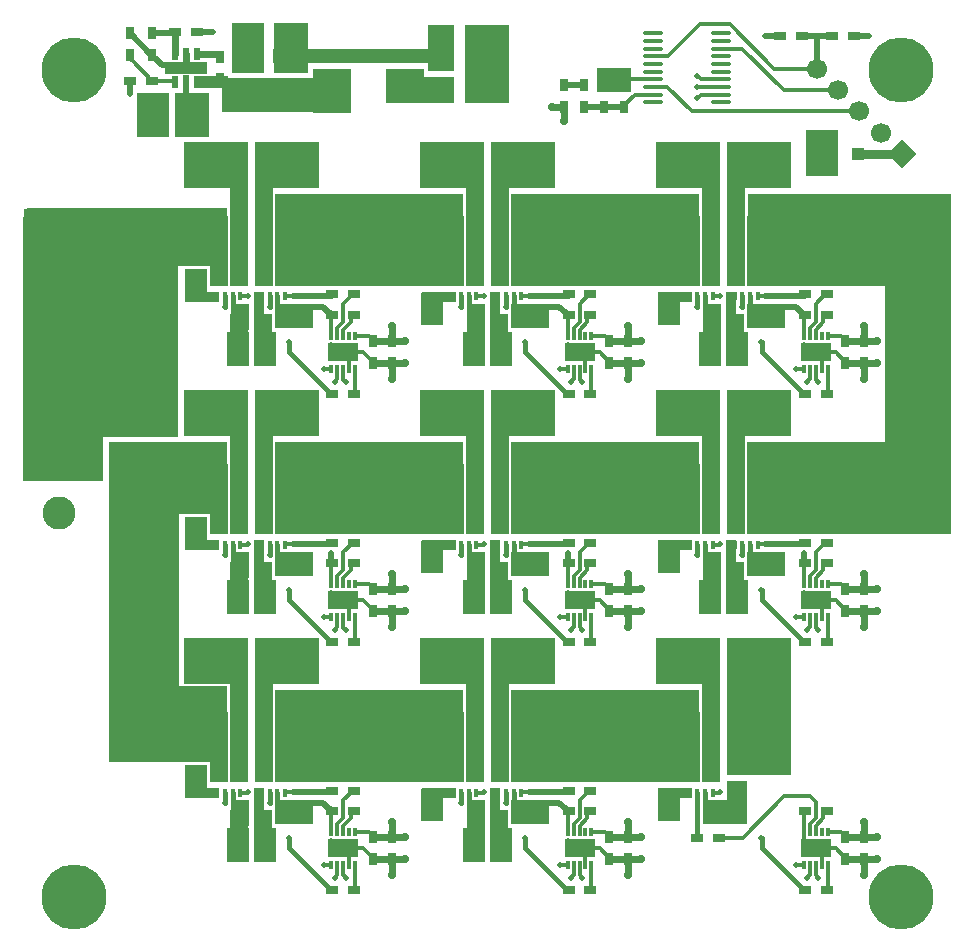
<source format=gtl>
G04*
G04 #@! TF.GenerationSoftware,Altium Limited,Altium Designer,23.3.1 (30)*
G04*
G04 Layer_Physical_Order=1*
G04 Layer_Color=255*
%FSLAX25Y25*%
%MOIN*%
G70*
G04*
G04 #@! TF.SameCoordinates,CC060F13-8039-4013-9EB4-17962B1888DE*
G04*
G04*
G04 #@! TF.FilePolarity,Positive*
G04*
G01*
G75*
%ADD11C,0.01181*%
%ADD13C,0.02362*%
%ADD20R,0.04724X0.05512*%
%ADD21R,0.04724X0.05512*%
%ADD22R,0.05000X0.05000*%
%ADD23R,0.09843X0.04331*%
%ADD24R,0.01181X0.02559*%
%ADD25R,0.10236X0.06496*%
%ADD26R,0.04000X0.03000*%
%ADD27R,0.04000X0.03150*%
%ADD28R,0.03937X0.03937*%
%ADD29R,0.03150X0.04000*%
%ADD30R,0.03000X0.04000*%
%ADD31R,0.01575X0.03150*%
%ADD32R,0.04724X0.07087*%
%ADD33R,0.11811X0.05118*%
%ADD34R,0.02362X0.04331*%
%ADD35O,0.06693X0.01378*%
%ADD58C,0.01968*%
%ADD59C,0.01378*%
%ADD60C,0.01575*%
%ADD61C,0.03150*%
%ADD62R,0.11811X0.14961*%
%ADD63R,0.11606X0.04342*%
%ADD64R,0.10630X0.16535*%
%ADD65R,0.37795X0.11417*%
%ADD66R,0.12992X0.14567*%
%ADD67R,0.12598X0.09055*%
%ADD68R,0.11417X0.16535*%
%ADD69R,0.59843X0.05118*%
%ADD70R,0.15157X0.26378*%
%ADD71R,0.12992X0.11417*%
%ADD72R,0.08661X0.15748*%
%ADD73R,0.12528X0.08083*%
%ADD74R,0.62992X0.30709*%
%ADD75R,0.11417X0.07874*%
%ADD76R,0.10630X0.15748*%
%ADD77R,0.11024X0.14961*%
%ADD78R,0.06693X0.07480*%
%ADD79R,0.21260X0.36221*%
%ADD80R,0.51575X0.76378*%
%ADD81R,0.14173X0.03937*%
%ADD82R,0.02362X0.18680*%
%ADD83R,0.22047X1.13448*%
%ADD84R,0.23622X1.06693*%
%ADD85R,0.26772X0.88189*%
%ADD86R,0.11592X0.03300*%
%ADD87R,0.07480X0.11024*%
%ADD88R,0.06299X0.17717*%
%ADD89R,0.07480X0.11417*%
%ADD90R,0.05413X0.08643*%
%ADD91R,0.06299X0.17717*%
%ADD92R,0.14173X0.12205*%
%ADD93R,0.03658X0.18684*%
%ADD94R,0.03937X0.31890*%
%ADD95R,0.04331X0.31890*%
%ADD96R,0.05906X0.46457*%
%ADD97R,0.21260X0.15748*%
%ADD98R,0.21260X0.15748*%
%ADD99R,0.05906X0.46063*%
%ADD100R,0.05906X0.23228*%
%ADD101R,0.68110X0.30709*%
%ADD102R,0.66929X0.30709*%
%ADD103R,0.39764X0.24016*%
%ADD104R,0.66929X0.19291*%
%ADD105R,0.14961X0.08268*%
%ADD106R,0.05413X0.08268*%
%ADD107R,0.39764X0.25197*%
%ADD108C,0.11024*%
%ADD109C,0.06693*%
%ADD110P,0.09465X4X180.0*%
%ADD111C,0.09843*%
%ADD112R,0.09843X0.09843*%
%ADD113C,0.21654*%
%ADD114C,0.01968*%
%ADD115C,0.02756*%
D11*
X53346Y291339D02*
G03*
X52396Y291732I-950J-950D01*
G01*
X38189Y300287D02*
G03*
X38873Y298635I2336J0D01*
G01*
X105515Y124016D02*
Y130817D01*
X184256Y124016D02*
Y130817D01*
X45776Y291732D02*
X52396D01*
X38873Y298635D02*
X45776Y291732D01*
X111420Y30315D02*
Y33857D01*
X107482Y37795D02*
X109450Y35827D01*
X111420Y112992D02*
Y116534D01*
X107482Y120472D02*
X109450Y118504D01*
X119293Y114854D02*
Y115354D01*
X111420Y195669D02*
Y199211D01*
X119293Y197531D02*
Y198031D01*
X107482Y203150D02*
X109450Y201181D01*
X190161Y30315D02*
Y33857D01*
X186222Y37795D02*
X188190Y35827D01*
X198033Y32177D02*
Y32677D01*
X190161Y112992D02*
Y116534D01*
X198033Y114854D02*
Y115354D01*
X268901Y30315D02*
Y33857D01*
X264962Y37795D02*
X266931Y35827D01*
X276773Y32177D02*
Y32677D01*
X268901Y112992D02*
Y116534D01*
X276773Y114854D02*
Y115354D01*
X186222Y120472D02*
X188190Y118504D01*
X198033Y197531D02*
Y198031D01*
X190161Y195669D02*
Y199211D01*
X186222Y203150D02*
X188190Y201181D01*
X264962Y120472D02*
X266931Y118504D01*
X276773Y197531D02*
Y198031D01*
X268901Y195669D02*
Y199211D01*
X264962Y203150D02*
X266931Y201181D01*
X262996Y124016D02*
Y130817D01*
X105512Y131389D02*
X105799Y131102D01*
X113388Y22336D02*
Y30315D01*
X113099Y22047D02*
X113388Y22336D01*
X192127Y22335D02*
Y30315D01*
X191839Y22047D02*
X192127Y22335D01*
X266932Y192125D02*
Y195669D01*
Y109448D02*
Y112992D01*
X188191Y192125D02*
Y195669D01*
Y109661D02*
Y112992D01*
X266932Y26984D02*
Y30315D01*
X188191Y26984D02*
Y30315D01*
X109451Y192125D02*
Y195669D01*
X109451Y26984D02*
Y30315D01*
X109451Y192125D02*
X110238Y191339D01*
X188191Y192125D02*
X188978Y191339D01*
X266932Y192125D02*
X267718Y191339D01*
X266932Y109448D02*
X267718Y108661D01*
X109451Y109448D02*
X110238Y108661D01*
X264964Y26986D02*
Y30315D01*
X186223Y26986D02*
Y30315D01*
X107483Y26986D02*
Y30315D01*
X264964Y109663D02*
Y112992D01*
X186223Y109663D02*
Y112992D01*
X264964Y192341D02*
Y195669D01*
X186223Y192341D02*
Y195669D01*
X107483Y192341D02*
Y195669D01*
X181603Y30315D02*
X184253D01*
X102862D02*
X105513D01*
X102758D02*
X102862D01*
X260343D02*
X262993D01*
X181498D02*
X181603D01*
X260238D02*
X260343D01*
Y112992D02*
X262993D01*
X181603D02*
X184253D01*
X102862Y112992D02*
X105513D01*
X102758D02*
X102862D01*
X181498Y112992D02*
X181603D01*
X260238D02*
X260343D01*
Y195669D02*
X262993D01*
X181603D02*
X184253D01*
X102862D02*
X105513D01*
X102758D02*
X102862D01*
X181498D02*
X181603D01*
X260238D02*
X260343D01*
X263682Y37795D02*
X264962D01*
X262993Y38484D02*
Y41339D01*
Y38484D02*
X263682Y37795D01*
X227362Y285925D02*
X227575D01*
X228756Y287106D02*
X235236D01*
X227575Y285925D02*
X228756Y287106D01*
X227362Y289665D02*
X235236D01*
X227575Y293406D02*
X228756Y292224D01*
X227362Y293406D02*
X227575D01*
X228756Y292224D02*
X235236D01*
X217421Y289665D02*
X225590Y281496D01*
X212795Y289665D02*
X217421D01*
X225590Y281496D02*
X281496D01*
X235236Y302461D02*
X242421D01*
X256315Y288567D02*
X274425D01*
X242421Y302461D02*
X256315Y288567D01*
X238189Y310630D02*
X253181Y295638D01*
X267354D01*
X228346Y310630D02*
X238189D01*
X217618Y299902D02*
X228346Y310630D01*
X212795Y299902D02*
X217618D01*
X242520Y39370D02*
X256313Y53163D01*
X264947D02*
X266931Y51180D01*
X256313Y53163D02*
X264947D01*
X266931Y46063D02*
Y51180D01*
X234752Y39370D02*
X242520D01*
X262993Y41339D02*
Y48139D01*
X263279Y48425D01*
X275411Y41339D02*
X276773Y39977D01*
X270870Y41339D02*
X275411D01*
X270868Y23228D02*
Y30315D01*
X267718Y25984D02*
Y26197D01*
X264175Y25984D02*
Y26197D01*
X266932Y26984D02*
X267718Y26197D01*
X264175D02*
X264964Y26986D01*
X260343Y30315D02*
X260343Y30315D01*
X264964Y44096D02*
X266931Y46063D01*
X264964Y41339D02*
Y44096D01*
X266932Y41339D02*
Y43308D01*
X269493Y45869D01*
Y47516D01*
X273628Y35821D02*
X276773Y32677D01*
X270873Y35821D02*
X273628D01*
X270868Y35827D02*
X270873Y35821D01*
X276773Y39477D02*
Y39977D01*
X246850Y131102D02*
Y132677D01*
X275411Y124016D02*
X276773Y122654D01*
X270870Y124016D02*
X275411D01*
X263685Y120472D02*
X264962D01*
X262996Y121161D02*
X263685Y120472D01*
X266931Y128740D02*
Y134571D01*
X264964Y126773D02*
X266931Y128740D01*
Y134571D02*
X270156Y137795D01*
X270581D01*
X264964Y124016D02*
Y126773D01*
X266932Y124016D02*
Y125985D01*
X269493Y128547D01*
Y130193D02*
X270403Y131102D01*
X270581D01*
X269493Y128547D02*
Y130193D01*
X273628Y118499D02*
X276773Y115354D01*
X270873Y118499D02*
X273628D01*
X270868Y118504D02*
X270873Y118499D01*
X276773Y122154D02*
Y122654D01*
X260343Y112992D02*
X260343Y112992D01*
X264175Y108874D02*
X264964Y109663D01*
X264175Y108661D02*
Y108874D01*
X270868Y104724D02*
Y112992D01*
X192128Y104724D02*
Y112992D01*
X185435Y108874D02*
X186223Y109663D01*
X181602Y112992D02*
X181603Y112992D01*
X198033Y122154D02*
Y122654D01*
X192128Y118504D02*
X192133Y118499D01*
X194888D01*
X198033Y115354D01*
X190753Y128547D02*
Y130193D01*
X191662Y131102D02*
X191841D01*
X190753Y130193D02*
X191662Y131102D01*
X188191Y125985D02*
X190753Y128547D01*
X188191Y124016D02*
Y125985D01*
X186223Y124016D02*
Y126773D01*
X191415Y137795D02*
X191841D01*
X188190Y134571D02*
X191415Y137795D01*
X186223Y126773D02*
X188190Y128740D01*
Y134571D01*
X184256Y121161D02*
X184944Y120472D01*
X186222D01*
X188191Y109661D02*
X188978Y108874D01*
Y108661D02*
Y108874D01*
X192130Y124016D02*
X196671D01*
X198033Y122654D01*
X168110Y131102D02*
Y132677D01*
X185435Y108661D02*
Y108874D01*
X89370Y131102D02*
Y132677D01*
X117931Y124016D02*
X119293Y122654D01*
X113389Y124016D02*
X117931D01*
X109451Y109448D02*
Y112992D01*
X106204Y120472D02*
X107482D01*
X105515Y121161D02*
X106204Y120472D01*
X109450Y128740D02*
Y134571D01*
X107483Y126773D02*
X109450Y128740D01*
Y134571D02*
X112675Y137795D01*
X113100D01*
X107483Y124016D02*
Y126773D01*
X109451Y124016D02*
Y125985D01*
X112013Y128547D01*
Y130193D02*
X112922Y131102D01*
X113100D01*
X112013Y128547D02*
Y130193D01*
X116148Y118499D02*
X119293Y115354D01*
X113393Y118499D02*
X116148D01*
X113387Y118504D02*
X113393Y118499D01*
X119293Y122154D02*
Y122654D01*
X102862Y112992D02*
X102862Y112992D01*
X106694Y108874D02*
X107483Y109663D01*
Y112992D01*
X106694Y108661D02*
Y108874D01*
X113388Y104724D02*
Y112992D01*
X185435Y191339D02*
Y191552D01*
X270868Y187402D02*
Y195669D01*
X264175Y191339D02*
Y191552D01*
X264964Y192341D01*
X260343Y195669D02*
X260343Y195669D01*
X276773Y204831D02*
Y205331D01*
X270868Y201181D02*
X270873Y201176D01*
X273628D01*
X276773Y198031D01*
X269493Y211224D02*
Y212870D01*
X270403Y213779D02*
X270581D01*
X269493Y212870D02*
X270403Y213779D01*
X266932Y208662D02*
X269493Y211224D01*
X266932Y206693D02*
Y208662D01*
X264964Y206693D02*
Y209450D01*
X270156Y220472D02*
X270581D01*
X266931Y217248D02*
X270156Y220472D01*
X264964Y209450D02*
X266931Y211417D01*
Y217248D01*
X262996Y203839D02*
X263685Y203150D01*
X264962D01*
X270870Y206693D02*
X275411D01*
X276773Y205331D01*
X246850Y213779D02*
Y215354D01*
X262996Y206693D02*
Y213494D01*
X184256Y206693D02*
Y213494D01*
X168110Y213779D02*
Y215354D01*
X196671Y206693D02*
X198033Y205331D01*
X192130Y206693D02*
X196671D01*
X184944Y203150D02*
X186222D01*
X184256Y203839D02*
X184944Y203150D01*
X188190Y211417D02*
Y217248D01*
X186223Y209450D02*
X188190Y211417D01*
Y217248D02*
X191415Y220472D01*
X191841D01*
X186223Y206693D02*
Y209450D01*
X188191Y206693D02*
Y208662D01*
X190753Y211224D01*
Y212870D02*
X191662Y213779D01*
X191841D01*
X190753Y211224D02*
Y212870D01*
X194888Y201176D02*
X198033Y198031D01*
X192133Y201176D02*
X194888D01*
X192128Y201181D02*
X192133Y201176D01*
X198033Y204831D02*
Y205331D01*
X181602Y195669D02*
X181603Y195669D01*
X185435Y191552D02*
X186223Y192341D01*
X192128Y187402D02*
Y195669D01*
X113388Y187402D02*
Y195669D01*
X106694Y191339D02*
Y191552D01*
X107483Y192341D01*
X102862Y195669D02*
X102862Y195669D01*
X119293Y204831D02*
Y205331D01*
X113387Y201181D02*
X113393Y201176D01*
X116148D01*
X119293Y198031D01*
X112013Y211224D02*
Y212870D01*
X112922Y213779D02*
X113100D01*
X112013Y212870D02*
X112922Y213779D01*
X109451Y208662D02*
X112013Y211224D01*
X109451Y206693D02*
Y208662D01*
X107483Y206693D02*
Y209450D01*
X112675Y220472D02*
X113100D01*
X109450Y217248D02*
X112675Y220472D01*
X107483Y209450D02*
X109450Y211417D01*
Y217248D01*
X105515Y203839D02*
X106204Y203150D01*
X107482D01*
X113389Y206693D02*
X117931D01*
X119293Y205331D01*
X89370Y213779D02*
Y215354D01*
X105515Y206693D02*
Y213494D01*
X198033Y39477D02*
Y39977D01*
X192128Y35827D02*
X192133Y35821D01*
X194888D01*
X198033Y32677D01*
X190753Y45869D02*
Y47516D01*
X191662Y48425D02*
X191841D01*
X190753Y47516D02*
X191662Y48425D01*
X188191Y43308D02*
X190753Y45869D01*
X188191Y41339D02*
Y43308D01*
X186223Y41339D02*
Y44096D01*
X191415Y55118D02*
X191841D01*
X188190Y51893D02*
X191415Y55118D01*
X186223Y44096D02*
X188190Y46063D01*
Y51893D01*
X181602Y30315D02*
X181603Y30315D01*
X184256Y38484D02*
X184944Y37795D01*
X186222D01*
X185435Y26197D02*
X186223Y26986D01*
X188191Y26984D02*
X188978Y26197D01*
X185435Y25984D02*
Y26197D01*
X188978Y25984D02*
Y26197D01*
X192130Y41339D02*
X196671D01*
X198033Y39977D01*
X168110Y48425D02*
Y50000D01*
X184256Y41339D02*
Y48140D01*
X105515Y41339D02*
Y48140D01*
X89370Y48425D02*
Y50000D01*
X117931Y41339D02*
X119293Y39977D01*
X113389Y41339D02*
X117931D01*
X110238Y25984D02*
Y26197D01*
X106694Y25984D02*
Y26197D01*
X109451Y26984D02*
X110238Y26197D01*
X106694D02*
X107483Y26986D01*
X106204Y37795D02*
X107482D01*
X105515Y38484D02*
X106204Y37795D01*
X102862Y30315D02*
X102862Y30315D01*
X109450Y46063D02*
Y51893D01*
X107483Y44096D02*
X109450Y46063D01*
Y51893D02*
X112675Y55118D01*
X113100D01*
X107483Y41339D02*
Y44096D01*
X109451Y41339D02*
Y43308D01*
X112013Y45869D01*
Y47516D02*
X112922Y48425D01*
X113100D01*
X112013Y45869D02*
Y47516D01*
X116148Y35821D02*
X119293Y32677D01*
X113393Y35821D02*
X116148D01*
X113387Y35827D02*
X113393Y35821D01*
X119293Y32177D02*
Y32677D01*
Y39477D02*
Y39977D01*
D13*
X125591Y32178D02*
X129923D01*
X119293Y114854D02*
X125592D01*
X119293Y197531D02*
X125592D01*
X198033Y32177D02*
X204332D01*
X198033Y114854D02*
X204332D01*
X276773Y32177D02*
X283072D01*
X276773Y114854D02*
X287405D01*
X198033Y197531D02*
X208664D01*
X276773D02*
X287405D01*
X53346Y300787D02*
Y307784D01*
X183071Y278240D02*
Y282964D01*
X179134D02*
X183071D01*
X57087Y296063D02*
Y300787D01*
X125589Y39480D02*
Y44596D01*
Y39478D02*
X129921D01*
X125591Y27060D02*
Y32177D01*
X204329Y39480D02*
Y44596D01*
Y39478D02*
X208661D01*
X204331Y32178D02*
X208663D01*
X204331Y27060D02*
Y32177D01*
X283069Y39480D02*
Y44596D01*
Y39478D02*
X287402D01*
X283071Y32178D02*
X287403D01*
X283071Y27060D02*
Y32177D01*
X283071Y122155D02*
Y127272D01*
Y122154D02*
X287403D01*
X283072Y109736D02*
Y114852D01*
X204329Y122157D02*
Y127273D01*
Y122155D02*
X208661D01*
X204331Y114855D02*
X208663D01*
X204331Y109737D02*
Y114854D01*
X125589Y122157D02*
Y127273D01*
Y122155D02*
X129921D01*
X125591Y114855D02*
X129923D01*
X125591Y109737D02*
Y114854D01*
X125589Y204834D02*
Y209951D01*
Y204833D02*
X129921D01*
X125591Y197533D02*
X129923D01*
X125591Y192414D02*
Y197531D01*
X204331Y204833D02*
Y209949D01*
Y204831D02*
X208663D01*
X204332Y192413D02*
Y197530D01*
X283072Y192413D02*
Y197530D01*
X283071Y204831D02*
X287403D01*
X276773D02*
X283071D01*
Y204833D02*
Y209949D01*
X266931Y35827D02*
X268899Y33858D01*
X276773Y39477D02*
X283072D01*
X68185Y291594D02*
X68504Y291913D01*
X60827Y291339D02*
X67430D01*
X68504Y291913D02*
Y292413D01*
X67685Y291594D02*
X68185D01*
X67430Y291339D02*
X67685Y291594D01*
Y300532D02*
X68185D01*
X67430Y300787D02*
X67685Y300532D01*
X68504Y299713D02*
Y300213D01*
X68185Y300532D02*
X68504Y300213D01*
X60827Y300787D02*
X67430D01*
X266931Y118504D02*
X268899Y116535D01*
X276773Y122154D02*
X283072D01*
X198033D02*
X204332D01*
X188190Y118504D02*
X190159Y116535D01*
X109450Y118504D02*
X111419Y116535D01*
X119293Y122154D02*
X125592D01*
X266931Y201181D02*
X268899Y199213D01*
X188190Y201181D02*
X190159Y199213D01*
X198033Y204831D02*
X204332D01*
X119293D02*
X125592D01*
X109450Y201181D02*
X111419Y199213D01*
X198033Y39477D02*
X204332D01*
X188190Y35827D02*
X190159Y33858D01*
X109450Y35827D02*
X111419Y33858D01*
X119293Y32177D02*
X125592D01*
X119293Y39477D02*
X125592D01*
D20*
X141339Y288583D02*
D03*
D21*
X154724D02*
D03*
D22*
X143532Y298425D02*
D03*
X152532D02*
D03*
X143532Y307087D02*
D03*
X152532D02*
D03*
X80146Y298425D02*
D03*
X89146D02*
D03*
X80146Y307087D02*
D03*
X89146D02*
D03*
X56862Y277559D02*
D03*
X47862D02*
D03*
D23*
X105905Y299803D02*
D03*
Y293110D02*
D03*
X128740Y299803D02*
D03*
Y293110D02*
D03*
D24*
X262993Y41339D02*
D03*
X264961D02*
D03*
X262992Y30315D02*
D03*
X270867Y41339D02*
D03*
X268898D02*
D03*
X266929D02*
D03*
X264961Y30315D02*
D03*
X266929D02*
D03*
X268898D02*
D03*
X270867D02*
D03*
X105514Y124016D02*
D03*
X107482D02*
D03*
X105513Y112992D02*
D03*
X113388Y124016D02*
D03*
X111419D02*
D03*
X109450D02*
D03*
X107482Y112992D02*
D03*
X109450D02*
D03*
X111419D02*
D03*
X113388D02*
D03*
X192127Y30315D02*
D03*
X190157D02*
D03*
X188189D02*
D03*
X186221D02*
D03*
X188189Y41339D02*
D03*
X190157D02*
D03*
X192127D02*
D03*
X184251Y30315D02*
D03*
X186221Y41339D02*
D03*
X184253D02*
D03*
X270867Y195669D02*
D03*
X268898D02*
D03*
X266929D02*
D03*
X264961D02*
D03*
X266929Y206693D02*
D03*
X268898D02*
D03*
X270867D02*
D03*
X262992Y195669D02*
D03*
X264961Y206693D02*
D03*
X262993D02*
D03*
X192127Y195669D02*
D03*
X190157D02*
D03*
X188189D02*
D03*
X186221D02*
D03*
X188189Y206693D02*
D03*
X190157D02*
D03*
X192127D02*
D03*
X184251Y195669D02*
D03*
X186221Y206693D02*
D03*
X184253D02*
D03*
X113388Y195669D02*
D03*
X111419D02*
D03*
X109450D02*
D03*
X107482D02*
D03*
X109450Y206693D02*
D03*
X111419D02*
D03*
X113388D02*
D03*
X105513Y195669D02*
D03*
X107482Y206693D02*
D03*
X105514D02*
D03*
X270867Y112992D02*
D03*
X268898D02*
D03*
X266929D02*
D03*
X264961D02*
D03*
X266929Y124016D02*
D03*
X268898D02*
D03*
X270867D02*
D03*
X262992Y112992D02*
D03*
X264961Y124016D02*
D03*
X262993D02*
D03*
X192127Y112992D02*
D03*
X190157D02*
D03*
X188189D02*
D03*
X186221D02*
D03*
X188189Y124016D02*
D03*
X190157D02*
D03*
X192127D02*
D03*
X184251Y112992D02*
D03*
X186221Y124016D02*
D03*
X184253D02*
D03*
X113388Y30315D02*
D03*
X111419D02*
D03*
X109450D02*
D03*
X107482D02*
D03*
X109450Y41339D02*
D03*
X111419D02*
D03*
X113388D02*
D03*
X105513Y30315D02*
D03*
X107482Y41339D02*
D03*
X105514D02*
D03*
D25*
X266928Y35827D02*
D03*
X109449Y118504D02*
D03*
X188188Y35827D02*
D03*
X266928Y201181D02*
D03*
X188188D02*
D03*
X109449D02*
D03*
X266928Y118504D02*
D03*
X188188D02*
D03*
X109449Y35827D02*
D03*
D26*
X272334Y306693D02*
D03*
X279634D02*
D03*
X75090Y46457D02*
D03*
X82390D02*
D03*
X75090Y129134D02*
D03*
X82390D02*
D03*
X153830D02*
D03*
X161130D02*
D03*
X191839Y48425D02*
D03*
X184539D02*
D03*
X232571Y240158D02*
D03*
X239871D02*
D03*
X153830D02*
D03*
X161130D02*
D03*
X75090D02*
D03*
X82390D02*
D03*
X232571Y157480D02*
D03*
X239871D02*
D03*
X153830D02*
D03*
X161130D02*
D03*
X75090D02*
D03*
X82390D02*
D03*
X75090Y74803D02*
D03*
X82390D02*
D03*
X153830D02*
D03*
X161130D02*
D03*
X232571D02*
D03*
X239871D02*
D03*
X161130Y46457D02*
D03*
X153830D02*
D03*
X263279Y48425D02*
D03*
X270579D02*
D03*
Y213779D02*
D03*
X263279D02*
D03*
X191839D02*
D03*
X184539D02*
D03*
X270579Y131102D02*
D03*
X263279D02*
D03*
X113099Y213779D02*
D03*
X105799D02*
D03*
X191839Y131102D02*
D03*
X184539D02*
D03*
X113099D02*
D03*
X105799D02*
D03*
X113100Y48425D02*
D03*
X105800D02*
D03*
X56012Y284646D02*
D03*
X48712D02*
D03*
X82390Y211811D02*
D03*
X75090D02*
D03*
X161130D02*
D03*
X153830D02*
D03*
X239871D02*
D03*
X232571D02*
D03*
X239871Y129134D02*
D03*
X232571D02*
D03*
D27*
X262311Y306693D02*
D03*
X255011D02*
D03*
X38476Y291732D02*
D03*
X45776D02*
D03*
X60737Y307874D02*
D03*
X53437D02*
D03*
X184539Y22047D02*
D03*
X191839D02*
D03*
Y55118D02*
D03*
X184539D02*
D03*
X113099Y22047D02*
D03*
X105799D02*
D03*
X234752Y39370D02*
D03*
X227452D02*
D03*
X270579Y22047D02*
D03*
X263279D02*
D03*
Y187402D02*
D03*
X270579D02*
D03*
X263279Y220472D02*
D03*
X270579D02*
D03*
X184539Y187402D02*
D03*
X191839D02*
D03*
X184539Y220472D02*
D03*
X191839D02*
D03*
X263279Y137795D02*
D03*
X270579D02*
D03*
X263279Y104724D02*
D03*
X270579D02*
D03*
X105799Y187402D02*
D03*
X113099D02*
D03*
X105799Y220472D02*
D03*
X113099D02*
D03*
X184539Y137795D02*
D03*
X191839D02*
D03*
X184539Y104724D02*
D03*
X191839D02*
D03*
X105799D02*
D03*
X113099D02*
D03*
X105799Y137795D02*
D03*
X113099D02*
D03*
X105800Y55118D02*
D03*
X113100D02*
D03*
D28*
X281102Y267323D02*
D03*
X271654D02*
D03*
D29*
X38189Y307587D02*
D03*
Y300287D02*
D03*
X45669D02*
D03*
Y307587D02*
D03*
X189764Y282964D02*
D03*
Y290264D02*
D03*
X183071Y282964D02*
D03*
Y290264D02*
D03*
D30*
X240551Y55799D02*
D03*
Y63099D02*
D03*
X276772Y122154D02*
D03*
Y114854D02*
D03*
X283071Y122154D02*
D03*
Y114854D02*
D03*
X276772Y32177D02*
D03*
Y39477D02*
D03*
X283071Y32177D02*
D03*
Y39477D02*
D03*
X198031Y32177D02*
D03*
Y39477D02*
D03*
X204331Y32177D02*
D03*
Y39477D02*
D03*
X283071Y197531D02*
D03*
Y204831D02*
D03*
X276772Y197531D02*
D03*
Y204831D02*
D03*
X204331Y197531D02*
D03*
Y204831D02*
D03*
X198031Y197531D02*
D03*
Y204831D02*
D03*
X125591Y197531D02*
D03*
Y204831D02*
D03*
X119291Y197531D02*
D03*
Y204831D02*
D03*
X204331Y114854D02*
D03*
Y122154D02*
D03*
X198031Y114854D02*
D03*
Y122154D02*
D03*
X125591Y114854D02*
D03*
Y122154D02*
D03*
X119291Y114854D02*
D03*
Y122154D02*
D03*
X119293Y32177D02*
D03*
Y39477D02*
D03*
X125592Y32177D02*
D03*
Y39477D02*
D03*
X196457Y282964D02*
D03*
Y290264D02*
D03*
X203150Y282964D02*
D03*
Y290264D02*
D03*
X68504Y292413D02*
D03*
Y299713D02*
D03*
D31*
X232579Y66023D02*
D03*
X230020Y54449D02*
D03*
Y66023D02*
D03*
X224902D02*
D03*
Y54449D02*
D03*
X227461D02*
D03*
Y66023D02*
D03*
X232579Y54449D02*
D03*
X153839Y66023D02*
D03*
X151279Y54449D02*
D03*
Y66023D02*
D03*
X146161D02*
D03*
Y54449D02*
D03*
X148721D02*
D03*
Y66023D02*
D03*
X153839Y54449D02*
D03*
X168799D02*
D03*
X163681Y66023D02*
D03*
Y54449D02*
D03*
X161122D02*
D03*
Y66023D02*
D03*
X166240D02*
D03*
Y54449D02*
D03*
X168799Y66023D02*
D03*
X75098D02*
D03*
X72539Y54449D02*
D03*
Y66023D02*
D03*
X67421D02*
D03*
Y54449D02*
D03*
X69980D02*
D03*
Y66023D02*
D03*
X75098Y54449D02*
D03*
X90059D02*
D03*
X84941Y66023D02*
D03*
Y54449D02*
D03*
X82382D02*
D03*
Y66023D02*
D03*
X87500D02*
D03*
Y54449D02*
D03*
X90059Y66023D02*
D03*
Y148700D02*
D03*
X87500Y137126D02*
D03*
Y148700D02*
D03*
X82382D02*
D03*
Y137126D02*
D03*
X84941D02*
D03*
Y148700D02*
D03*
X90059Y137126D02*
D03*
X75098D02*
D03*
X69980Y148700D02*
D03*
Y137126D02*
D03*
X67421D02*
D03*
Y148700D02*
D03*
X72539D02*
D03*
Y137126D02*
D03*
X75098Y148700D02*
D03*
X168799D02*
D03*
X166240Y137126D02*
D03*
Y148700D02*
D03*
X161122D02*
D03*
Y137126D02*
D03*
X163681D02*
D03*
Y148700D02*
D03*
X168799Y137126D02*
D03*
X153839D02*
D03*
X148721Y148700D02*
D03*
Y137126D02*
D03*
X146161D02*
D03*
Y148700D02*
D03*
X151279D02*
D03*
Y137126D02*
D03*
X153839Y148700D02*
D03*
X247539D02*
D03*
X244980Y137126D02*
D03*
Y148700D02*
D03*
X239862D02*
D03*
Y137126D02*
D03*
X242421D02*
D03*
Y148700D02*
D03*
X247539Y137126D02*
D03*
X232579D02*
D03*
X227461Y148700D02*
D03*
Y137126D02*
D03*
X224902D02*
D03*
Y148700D02*
D03*
X230020D02*
D03*
Y137126D02*
D03*
X232579Y148700D02*
D03*
Y231378D02*
D03*
X230020Y219804D02*
D03*
Y231378D02*
D03*
X224902D02*
D03*
Y219804D02*
D03*
X227461D02*
D03*
Y231378D02*
D03*
X232579Y219804D02*
D03*
X247539D02*
D03*
X242421Y231378D02*
D03*
Y219804D02*
D03*
X239862D02*
D03*
Y231378D02*
D03*
X244980D02*
D03*
Y219804D02*
D03*
X247539Y231378D02*
D03*
X153839D02*
D03*
X151279Y219804D02*
D03*
Y231378D02*
D03*
X146161D02*
D03*
Y219804D02*
D03*
X148721D02*
D03*
Y231378D02*
D03*
X153839Y219804D02*
D03*
X168799D02*
D03*
X163681Y231378D02*
D03*
Y219804D02*
D03*
X161122D02*
D03*
Y231378D02*
D03*
X166240D02*
D03*
Y219804D02*
D03*
X168799Y231378D02*
D03*
X75098D02*
D03*
X72539Y219804D02*
D03*
Y231378D02*
D03*
X67421D02*
D03*
Y219804D02*
D03*
X69980D02*
D03*
Y231378D02*
D03*
X75098Y219804D02*
D03*
X90059D02*
D03*
X84941Y231378D02*
D03*
Y219804D02*
D03*
X82382D02*
D03*
Y231378D02*
D03*
X87500D02*
D03*
Y219804D02*
D03*
X90059Y231378D02*
D03*
D32*
X231594Y61417D02*
D03*
X225886D02*
D03*
X152854D02*
D03*
X147146D02*
D03*
X162106D02*
D03*
X167815D02*
D03*
X74114D02*
D03*
X68405D02*
D03*
X83366D02*
D03*
X89075D02*
D03*
Y144095D02*
D03*
X83366D02*
D03*
X68405D02*
D03*
X74114D02*
D03*
X167815D02*
D03*
X162106D02*
D03*
X147146D02*
D03*
X152854D02*
D03*
X246555D02*
D03*
X240846D02*
D03*
X225886D02*
D03*
X231594D02*
D03*
Y226772D02*
D03*
X225886D02*
D03*
X240846D02*
D03*
X246555D02*
D03*
X152854D02*
D03*
X147146D02*
D03*
X162106D02*
D03*
X167815D02*
D03*
X74114D02*
D03*
X68405D02*
D03*
X83366D02*
D03*
X89075D02*
D03*
D33*
X220472Y99213D02*
D03*
X251969D02*
D03*
X173228Y99213D02*
D03*
X141732D02*
D03*
X251969Y264567D02*
D03*
X220472D02*
D03*
X173228D02*
D03*
X141732D02*
D03*
X94488D02*
D03*
X62992D02*
D03*
X220472Y181890D02*
D03*
X251969D02*
D03*
X141732D02*
D03*
X173228D02*
D03*
X62992D02*
D03*
X94488D02*
D03*
Y99213D02*
D03*
X62992D02*
D03*
D34*
X60827Y300787D02*
D03*
X57087D02*
D03*
X53346D02*
D03*
Y291339D02*
D03*
X57087D02*
D03*
X60827D02*
D03*
D35*
X212795Y307579D02*
D03*
X212795Y305020D02*
D03*
X212795Y302461D02*
D03*
X212795Y299902D02*
D03*
Y297342D02*
D03*
Y294783D02*
D03*
Y292224D02*
D03*
X212795Y289665D02*
D03*
X212795Y287106D02*
D03*
X212795Y284547D02*
D03*
X235236Y307579D02*
D03*
X235236Y305020D02*
D03*
X235236Y302461D02*
D03*
X235236Y299902D02*
D03*
Y297342D02*
D03*
Y294783D02*
D03*
Y292224D02*
D03*
X235236Y289665D02*
D03*
X235236Y287106D02*
D03*
X235236Y284547D02*
D03*
D58*
X45669Y299862D02*
G03*
X45496Y300280I-591J0D01*
G01*
X38476Y287402D02*
Y291732D01*
X45669Y299862D02*
X46260Y299271D01*
X38189Y307587D02*
X45496Y300280D01*
X46260Y299271D02*
X46685D01*
X48909Y297047D02*
X52165D01*
X46685Y299271D02*
X48909Y297047D01*
X52165D02*
X53150Y296063D01*
X53346Y307784D02*
X53437Y307874D01*
X53293Y307731D02*
X53346Y307784D01*
X45669Y307587D02*
X45813Y307731D01*
X53293D01*
X60737Y307874D02*
X60737Y307874D01*
X66142D01*
X262992Y131389D02*
Y134252D01*
X184252Y131389D02*
Y134252D01*
X105512Y131389D02*
Y134252D01*
X249893Y306693D02*
X255011D01*
X279634D02*
X284752D01*
X267323D02*
X272334D01*
X262311D02*
X267323D01*
X267354Y306662D01*
Y295638D02*
Y306662D01*
X183071Y290264D02*
X189764D01*
X196457Y282964D02*
X203150D01*
X189764D02*
X196457D01*
X250066Y137205D02*
X263281D01*
Y137795D01*
X184540Y137205D02*
Y137795D01*
X171325Y137205D02*
X184540D01*
X92585Y137205D02*
X105800D01*
Y137795D01*
X263281Y219882D02*
Y220472D01*
X250066Y219882D02*
X263281D01*
X254724Y215158D02*
Y215354D01*
X260218Y216342D02*
X262265Y214295D01*
X262765D02*
X263281Y213779D01*
X256858Y216339D02*
X256862Y216342D01*
X254724Y215354D02*
X255709Y216339D01*
X262265Y214295D02*
X262765D01*
X256862Y216342D02*
X260218D01*
X255709Y216339D02*
X256858D01*
X176969D02*
X178118D01*
X178122Y216342D02*
X181477D01*
X183525Y214295D02*
X184025D01*
X175984Y215354D02*
X176969Y216339D01*
X178118D02*
X178122Y216342D01*
X184025Y214295D02*
X184540Y213779D01*
X181477Y216342D02*
X183525Y214295D01*
X175984Y215158D02*
Y215354D01*
X171325Y219882D02*
X184540D01*
Y220472D01*
X105800Y219882D02*
Y220472D01*
X92585Y219882D02*
X105800D01*
X97244Y215158D02*
Y215354D01*
X102737Y216342D02*
X104785Y214295D01*
X105285D02*
X105800Y213779D01*
X99378Y216339D02*
X99382Y216342D01*
X97244Y215354D02*
X98228Y216339D01*
X104785Y214295D02*
X105285D01*
X99382Y216342D02*
X102737D01*
X98228Y216339D02*
X99378D01*
X184540Y54527D02*
Y55118D01*
X171325Y54527D02*
X184540D01*
X175984Y49803D02*
Y50000D01*
X181477Y50988D02*
X183525Y48941D01*
X184025D02*
X184540Y48425D01*
X178118Y50984D02*
X178122Y50988D01*
X175984Y50000D02*
X176969Y50984D01*
X183525Y48941D02*
X184025D01*
X178122Y50988D02*
X181477D01*
X176969Y50984D02*
X178118D01*
X98228D02*
X99378D01*
X99382Y50988D02*
X102737D01*
X104785Y48941D02*
X105285D01*
X97244Y50000D02*
X98228Y50984D01*
X99378D02*
X99382Y50988D01*
X105285Y48941D02*
X105800Y48425D01*
X102737Y50988D02*
X104785Y48941D01*
X97244Y49803D02*
Y50000D01*
X92585Y54527D02*
X105800D01*
Y55118D01*
D59*
X232579Y54449D02*
X235105D01*
X203150Y282964D02*
Y283464D01*
X206792Y287106D01*
X212795D01*
X203150Y290264D02*
Y290764D01*
X204610Y292224D02*
X212795D01*
X203150Y290764D02*
X204610Y292224D01*
X232579Y137126D02*
X235105D01*
X247618Y137205D02*
X250066D01*
X168877D02*
X171325D01*
X153839Y137126D02*
X156365D01*
X75098Y137126D02*
X77625D01*
X90137Y137205D02*
X92585D01*
X247618Y219882D02*
X250066D01*
X232579Y219804D02*
X235105D01*
X153839D02*
X156365D01*
X168877Y219882D02*
X171325D01*
X90137D02*
X92585D01*
X75098Y219804D02*
X77625D01*
X168877Y54527D02*
X171325D01*
X153839Y54449D02*
X156365D01*
X75098D02*
X77625D01*
X90137Y54527D02*
X92585D01*
D60*
X248878Y36024D02*
X262854Y22047D01*
X248878Y36024D02*
Y39311D01*
X170137Y36024D02*
Y39311D01*
Y36024D02*
X184114Y22047D01*
X184539D01*
X91397Y36024D02*
Y39311D01*
Y36024D02*
X105374Y22047D01*
X105799D01*
X227461Y39378D02*
Y54449D01*
X227452Y39370D02*
X227461Y39378D01*
X230020Y48507D02*
X232070Y46457D01*
X232571D01*
X230020Y48507D02*
Y54449D01*
Y131185D02*
Y137126D01*
X232070Y129134D02*
X232571D01*
X230020Y131185D02*
X232070Y129134D01*
X244980Y132677D02*
Y137126D01*
X227461Y133661D02*
Y137126D01*
X242421Y133661D02*
Y137126D01*
X248819Y122047D02*
X248878Y121989D01*
Y118701D02*
Y121989D01*
X262854Y104724D02*
X263279D01*
X248878Y118701D02*
X262854Y104724D01*
X163681Y133661D02*
Y137126D01*
X148721Y133661D02*
Y137126D01*
X166240Y132677D02*
Y137126D01*
X151279Y131185D02*
X153330Y129134D01*
X153830D01*
X151279Y131185D02*
Y137126D01*
X170137Y118701D02*
X184114Y104724D01*
X184539D01*
X170079Y122047D02*
X170137Y121989D01*
Y118701D02*
Y121989D01*
X91397Y118701D02*
Y121989D01*
Y118701D02*
X105374Y104724D01*
X91339Y122047D02*
X91397Y121989D01*
X72539Y131185D02*
Y137126D01*
X74590Y129134D02*
X75090D01*
X72539Y131185D02*
X74590Y129134D01*
X87500Y132677D02*
Y137126D01*
X69980Y133661D02*
Y137126D01*
X84941Y133661D02*
Y137126D01*
X105374Y104724D02*
X105799D01*
X248878Y201378D02*
X262854Y187402D01*
X263279D01*
X248878Y201378D02*
Y204666D01*
X248819Y204724D02*
X248878Y204666D01*
X170137Y201378D02*
Y204666D01*
X170079Y204724D02*
X170137Y204666D01*
X184114Y187402D02*
X184539D01*
X170137Y201378D02*
X184114Y187402D01*
X91397Y201378D02*
Y204666D01*
X91339Y204724D02*
X91397Y204666D01*
X105374Y187402D02*
X105799D01*
X91397Y201378D02*
X105374Y187402D01*
X242421Y216339D02*
Y219804D01*
X227461Y216339D02*
Y219804D01*
X244980Y215354D02*
Y219804D01*
X230020Y213862D02*
X232070Y211811D01*
X232571D01*
X230020Y213862D02*
Y219804D01*
X151279Y213862D02*
Y219804D01*
X153330Y211811D02*
X153830D01*
X151279Y213862D02*
X153330Y211811D01*
X166240Y215354D02*
Y219804D01*
X148721Y216339D02*
Y219804D01*
X163681Y216339D02*
Y219804D01*
X84941Y216339D02*
Y219804D01*
X69980Y216339D02*
Y219804D01*
X87500Y215354D02*
Y219804D01*
X72539Y213862D02*
X74590Y211811D01*
X75090D01*
X72539Y213862D02*
Y219804D01*
X163681Y50984D02*
Y54449D01*
X148721Y50984D02*
Y54449D01*
X166240Y50000D02*
Y54449D01*
X151279Y48507D02*
X153330Y46457D01*
X153830D01*
X151279Y48507D02*
Y54449D01*
X72539Y48507D02*
Y54449D01*
X74590Y46457D02*
X75090D01*
X72539Y48507D02*
X74590Y46457D01*
X87500Y50000D02*
Y54449D01*
X69980Y50984D02*
Y54449D01*
X84941Y50984D02*
Y54449D01*
D61*
X271654Y262205D02*
Y267323D01*
X266929D02*
X271654D01*
Y272441D01*
X281133Y267354D02*
X295638D01*
X281102Y267323D02*
X281133Y267354D01*
D62*
X59055Y280315D02*
D03*
D63*
X65457Y291327D02*
D03*
D64*
X77756Y302756D02*
D03*
D65*
X87795Y286811D02*
D03*
D66*
X105709Y288386D02*
D03*
D67*
X140157Y288779D02*
D03*
D68*
X91929Y302756D02*
D03*
D69*
X116142Y299803D02*
D03*
D70*
X157382Y297441D02*
D03*
D71*
X130118Y289961D02*
D03*
D72*
X142126Y302756D02*
D03*
D73*
X92949Y130604D02*
D03*
X250429D02*
D03*
X171689D02*
D03*
X250429Y213281D02*
D03*
X171689D02*
D03*
X92949D02*
D03*
X171689Y47927D02*
D03*
X92949D02*
D03*
D74*
X118110Y73228D02*
D03*
Y238583D02*
D03*
X196850D02*
D03*
X196850Y155905D02*
D03*
X118110D02*
D03*
X196850Y73228D02*
D03*
D75*
X199803Y292126D02*
D03*
D76*
X269094Y267717D02*
D03*
D77*
X46063Y280315D02*
D03*
D78*
X240748Y54528D02*
D03*
D79*
X248031Y78347D02*
D03*
D80*
X28543Y211024D02*
D03*
D81*
X57087Y296063D02*
D03*
D82*
X57087Y284143D02*
D03*
D83*
X301181Y197213D02*
D03*
D84*
X42913Y117913D02*
D03*
D85*
X16142Y202362D02*
D03*
D86*
X219969Y137112D02*
D03*
X141229D02*
D03*
X62489D02*
D03*
X219969Y219789D02*
D03*
X141229D02*
D03*
X62489D02*
D03*
X219969Y54435D02*
D03*
X141229D02*
D03*
X62489D02*
D03*
D87*
X217913Y133071D02*
D03*
X139173D02*
D03*
X60433Y140945D02*
D03*
X217913Y215748D02*
D03*
X139173D02*
D03*
X60433Y223622D02*
D03*
X217913Y50394D02*
D03*
X139173D02*
D03*
X60433Y58268D02*
D03*
D88*
X232283Y122638D02*
D03*
X153543D02*
D03*
X74803D02*
D03*
X232283Y205315D02*
D03*
X153543D02*
D03*
X74803D02*
D03*
X153543Y39961D02*
D03*
X74803D02*
D03*
D89*
X231693Y119488D02*
D03*
X240748D02*
D03*
X162008D02*
D03*
X152953D02*
D03*
X74213Y119488D02*
D03*
X83268D02*
D03*
X240748Y202165D02*
D03*
X231693D02*
D03*
X152953D02*
D03*
X162008D02*
D03*
X83268D02*
D03*
X74213D02*
D03*
X162008Y36811D02*
D03*
X152953D02*
D03*
X74213D02*
D03*
X83268D02*
D03*
D90*
X232726Y130324D02*
D03*
X153986D02*
D03*
X75246D02*
D03*
X232726Y213001D02*
D03*
X153986D02*
D03*
X75246D02*
D03*
X153986Y47647D02*
D03*
X75246D02*
D03*
D91*
X240158Y122638D02*
D03*
X161417D02*
D03*
X82677D02*
D03*
X240158Y205315D02*
D03*
X161417D02*
D03*
X82677D02*
D03*
X161417Y39961D02*
D03*
X82677D02*
D03*
D92*
X221260Y157677D02*
D03*
X142520D02*
D03*
X221260Y240354D02*
D03*
X142520D02*
D03*
X221260Y75000D02*
D03*
X142520D02*
D03*
D93*
X238837Y129420D02*
D03*
X160097D02*
D03*
X81356D02*
D03*
X238837Y212098D02*
D03*
X160097D02*
D03*
X81356D02*
D03*
X160097Y46743D02*
D03*
X81356D02*
D03*
D94*
X239370Y171063D02*
D03*
X160630D02*
D03*
X81890Y171063D02*
D03*
X239370Y253740D02*
D03*
X160630D02*
D03*
X81890D02*
D03*
X160630Y88386D02*
D03*
X81890D02*
D03*
D95*
X232874Y171063D02*
D03*
X154134D02*
D03*
X75394Y171063D02*
D03*
X232874Y253740D02*
D03*
X154134D02*
D03*
X75394D02*
D03*
X232874Y88386D02*
D03*
X154134D02*
D03*
X75394D02*
D03*
D96*
X240354Y163779D02*
D03*
X161614D02*
D03*
X82874Y163779D02*
D03*
X240354Y246457D02*
D03*
X161614D02*
D03*
X82874D02*
D03*
X161614Y81102D02*
D03*
X82874D02*
D03*
D97*
X248031Y181102D02*
D03*
X169291D02*
D03*
X90551Y181102D02*
D03*
X248031Y263779D02*
D03*
X169291D02*
D03*
X90551D02*
D03*
X248031Y98425D02*
D03*
X169291D02*
D03*
X90551D02*
D03*
D98*
X224410Y181102D02*
D03*
X145669D02*
D03*
X66929Y181102D02*
D03*
X224410Y263779D02*
D03*
X145669D02*
D03*
X66929D02*
D03*
X224410Y98425D02*
D03*
X145669D02*
D03*
X66929D02*
D03*
D99*
X232087Y163583D02*
D03*
X153347D02*
D03*
X74606Y163583D02*
D03*
X232087Y246260D02*
D03*
X153347D02*
D03*
X74606D02*
D03*
X232087Y80905D02*
D03*
X153347D02*
D03*
X74606D02*
D03*
D100*
X225394Y152165D02*
D03*
X247047D02*
D03*
Y234842D02*
D03*
X146653Y152165D02*
D03*
X67913D02*
D03*
X225394Y234842D02*
D03*
X146653D02*
D03*
X67913D02*
D03*
X225394Y69488D02*
D03*
X146653D02*
D03*
X67913D02*
D03*
D101*
X278150Y155905D02*
D03*
D102*
X277559Y238583D02*
D03*
D103*
X50984Y159252D02*
D03*
D104*
X37402Y239567D02*
D03*
D105*
X236614Y47835D02*
D03*
D106*
X232726Y47835D02*
D03*
D107*
X50984Y77165D02*
D03*
D108*
X14764Y147636D02*
D03*
Y167321D02*
D03*
D109*
X267354Y295638D02*
D03*
X274425Y288567D02*
D03*
X281496Y281496D02*
D03*
X288567Y274425D02*
D03*
D110*
X295638Y267354D02*
D03*
D111*
X172126Y74803D02*
D03*
X250866D02*
D03*
X93386D02*
D03*
X142835Y157480D02*
D03*
X221575D02*
D03*
X64095D02*
D03*
X250866Y240158D02*
D03*
X172126D02*
D03*
X93386D02*
D03*
D112*
X142598Y74803D02*
D03*
X221339D02*
D03*
X63858D02*
D03*
X172362Y157480D02*
D03*
X251102D02*
D03*
X93622D02*
D03*
X221339Y240158D02*
D03*
X142598D02*
D03*
X63858D02*
D03*
D113*
X295276Y295276D02*
D03*
X19685D02*
D03*
X295276Y19685D02*
D03*
X19685D02*
D03*
D114*
X38476Y287402D02*
D03*
X66142Y307874D02*
D03*
X158661Y296850D02*
D03*
Y300394D02*
D03*
Y307480D02*
D03*
Y303937D02*
D03*
X162598Y300394D02*
D03*
Y296850D02*
D03*
Y307480D02*
D03*
Y303937D02*
D03*
X262992Y134252D02*
D03*
X184252D02*
D03*
X105512D02*
D03*
X248819Y39370D02*
D03*
X170079D02*
D03*
X91339D02*
D03*
X268899Y33858D02*
D03*
X227362Y289665D02*
D03*
X227362Y293406D02*
D03*
Y285925D02*
D03*
X249893Y306693D02*
D03*
X284752D02*
D03*
X196063Y294488D02*
D03*
X200000D02*
D03*
X203937D02*
D03*
X264175Y25984D02*
D03*
X267718D02*
D03*
X268899Y37795D02*
D03*
X260343Y30315D02*
D03*
X264962Y37795D02*
D03*
Y33858D02*
D03*
X238976Y46063D02*
D03*
Y50394D02*
D03*
X230709Y46457D02*
D03*
Y50394D02*
D03*
X235039D02*
D03*
Y46457D02*
D03*
X220079Y133071D02*
D03*
X215748D02*
D03*
Y129134D02*
D03*
Y137008D02*
D03*
X220079D02*
D03*
Y129134D02*
D03*
X233858Y119685D02*
D03*
X229528D02*
D03*
X233858Y115748D02*
D03*
Y123622D02*
D03*
X229528Y115748D02*
D03*
Y123622D02*
D03*
X246850Y131496D02*
D03*
X250787D02*
D03*
X254724D02*
D03*
X250787Y128347D02*
D03*
X254724D02*
D03*
X235105Y137205D02*
D03*
X267718Y108661D02*
D03*
X242913Y115748D02*
D03*
X238583Y123622D02*
D03*
Y115748D02*
D03*
X242913Y119685D02*
D03*
X238583D02*
D03*
X268899Y120472D02*
D03*
Y116535D02*
D03*
X264962Y120472D02*
D03*
Y116535D02*
D03*
X250066Y137205D02*
D03*
X242388Y133661D02*
D03*
X241732Y152756D02*
D03*
X238976D02*
D03*
X241732Y162205D02*
D03*
X238976D02*
D03*
X227428Y133661D02*
D03*
X233465Y162205D02*
D03*
X230709D02*
D03*
X233465Y152756D02*
D03*
X230709D02*
D03*
X246850Y128347D02*
D03*
X242913Y123622D02*
D03*
X260343Y112992D02*
D03*
X264175Y108661D02*
D03*
X248819Y122047D02*
D03*
X170079D02*
D03*
X181602Y112992D02*
D03*
X164173Y123622D02*
D03*
X168110Y128347D02*
D03*
X151969Y152756D02*
D03*
X154724D02*
D03*
X151969Y162205D02*
D03*
X154724D02*
D03*
X148688Y133661D02*
D03*
X160236Y162205D02*
D03*
X162992D02*
D03*
X160236Y152756D02*
D03*
X162992D02*
D03*
X163648Y133661D02*
D03*
X171325Y137205D02*
D03*
X186222Y116535D02*
D03*
Y120472D02*
D03*
X190159Y116535D02*
D03*
Y120472D02*
D03*
X159843Y119685D02*
D03*
X164173D02*
D03*
X159843Y115748D02*
D03*
Y123622D02*
D03*
X164173Y115748D02*
D03*
X188978Y108661D02*
D03*
X156365Y137205D02*
D03*
X175984Y128347D02*
D03*
X172047D02*
D03*
X175984Y131496D02*
D03*
X172047D02*
D03*
X168110D02*
D03*
X150787Y123622D02*
D03*
Y115748D02*
D03*
X155118Y123622D02*
D03*
Y115748D02*
D03*
X150787Y119685D02*
D03*
X155118D02*
D03*
X141339Y129134D02*
D03*
Y137008D02*
D03*
X137008D02*
D03*
Y129134D02*
D03*
Y133071D02*
D03*
X141339D02*
D03*
X185435Y108661D02*
D03*
X76378Y119685D02*
D03*
X72047D02*
D03*
X76378Y115748D02*
D03*
Y123622D02*
D03*
X72047Y115748D02*
D03*
Y123622D02*
D03*
X89370Y131496D02*
D03*
X93307D02*
D03*
X97244D02*
D03*
X93307Y128347D02*
D03*
X97244D02*
D03*
X77625Y137205D02*
D03*
X110238Y108661D02*
D03*
X85433Y115748D02*
D03*
X81102Y123622D02*
D03*
Y115748D02*
D03*
X85433Y119685D02*
D03*
X81102D02*
D03*
X111419Y120472D02*
D03*
Y116535D02*
D03*
X107482Y120472D02*
D03*
Y116535D02*
D03*
X62598Y140945D02*
D03*
X58268D02*
D03*
X62598Y144882D02*
D03*
X58268D02*
D03*
Y137008D02*
D03*
X62598D02*
D03*
X92585Y137205D02*
D03*
X84908Y133661D02*
D03*
X84252Y152756D02*
D03*
X81496D02*
D03*
X84252Y162205D02*
D03*
X81496D02*
D03*
X69947Y133661D02*
D03*
X75984Y162205D02*
D03*
X73228D02*
D03*
X75984Y152756D02*
D03*
X73228D02*
D03*
X89370Y128347D02*
D03*
X85433Y123622D02*
D03*
X102862Y112992D02*
D03*
X106694Y108661D02*
D03*
X91339Y122047D02*
D03*
X185435Y191339D02*
D03*
X248819Y204724D02*
D03*
X264175Y191339D02*
D03*
X260343Y195669D02*
D03*
X242913Y206299D02*
D03*
X246850Y211024D02*
D03*
X230709Y235433D02*
D03*
X233465D02*
D03*
X230709Y244882D02*
D03*
X233465D02*
D03*
X227428Y216339D02*
D03*
X238976Y244882D02*
D03*
X241732D02*
D03*
X238976Y235433D02*
D03*
X241732D02*
D03*
X242388Y216339D02*
D03*
X250066Y219882D02*
D03*
X264962Y199213D02*
D03*
Y203150D02*
D03*
X268899Y199213D02*
D03*
Y203150D02*
D03*
X238583Y202362D02*
D03*
X242913D02*
D03*
X238583Y198425D02*
D03*
Y206299D02*
D03*
X242913Y198425D02*
D03*
X267718Y191339D02*
D03*
X235105Y219882D02*
D03*
X254724Y211024D02*
D03*
X250787D02*
D03*
X254724Y215354D02*
D03*
X250787D02*
D03*
X246850D02*
D03*
X229528Y206299D02*
D03*
Y198425D02*
D03*
X233858Y206299D02*
D03*
Y198425D02*
D03*
X229528Y202362D02*
D03*
X233858D02*
D03*
X220079Y211811D02*
D03*
Y219685D02*
D03*
X215748D02*
D03*
Y211811D02*
D03*
Y215748D02*
D03*
X220079D02*
D03*
X141339D02*
D03*
X137008D02*
D03*
Y211811D02*
D03*
Y219685D02*
D03*
X141339D02*
D03*
Y211811D02*
D03*
X155118Y202362D02*
D03*
X150787D02*
D03*
X155118Y198425D02*
D03*
Y206299D02*
D03*
X150787Y198425D02*
D03*
Y206299D02*
D03*
X168110Y215354D02*
D03*
X172047D02*
D03*
X175984D02*
D03*
X172047Y211024D02*
D03*
X175984D02*
D03*
X156365Y219882D02*
D03*
X188978Y191339D02*
D03*
X164173Y198425D02*
D03*
X159843Y206299D02*
D03*
Y198425D02*
D03*
X164173Y202362D02*
D03*
X159843D02*
D03*
X190159Y203150D02*
D03*
Y199213D02*
D03*
X186222Y203150D02*
D03*
Y199213D02*
D03*
X171325Y219882D02*
D03*
X163648Y216339D02*
D03*
X162992Y235433D02*
D03*
X160236D02*
D03*
X162992Y244882D02*
D03*
X160236D02*
D03*
X148688Y216339D02*
D03*
X154724Y244882D02*
D03*
X151969D02*
D03*
X154724Y235433D02*
D03*
X151969D02*
D03*
X168110Y211024D02*
D03*
X164173Y206299D02*
D03*
X181602Y195669D02*
D03*
X170079Y204724D02*
D03*
X91339D02*
D03*
X106694Y191339D02*
D03*
X102862Y195669D02*
D03*
X85433Y206299D02*
D03*
X89370Y211024D02*
D03*
X73228Y235433D02*
D03*
X75984D02*
D03*
X73228Y244882D02*
D03*
X75984D02*
D03*
X69947Y216339D02*
D03*
X81496Y244882D02*
D03*
X84252D02*
D03*
X81496Y235433D02*
D03*
X84252D02*
D03*
X84908Y216339D02*
D03*
X92585Y219882D02*
D03*
X62598Y219685D02*
D03*
X58268D02*
D03*
Y227559D02*
D03*
X62598D02*
D03*
X58268Y223622D02*
D03*
X62598D02*
D03*
X107482Y199213D02*
D03*
Y203150D02*
D03*
X111419Y199213D02*
D03*
Y203150D02*
D03*
X81102Y202362D02*
D03*
X85433D02*
D03*
X81102Y198425D02*
D03*
Y206299D02*
D03*
X85433Y198425D02*
D03*
X110238Y191339D02*
D03*
X77625Y219882D02*
D03*
X97244Y211024D02*
D03*
X93307D02*
D03*
X97244Y215354D02*
D03*
X93307D02*
D03*
X89370D02*
D03*
X72047Y206299D02*
D03*
Y198425D02*
D03*
X76378Y206299D02*
D03*
Y198425D02*
D03*
X72047Y202362D02*
D03*
X76378D02*
D03*
X241732Y70079D02*
D03*
X238976D02*
D03*
X241732Y79528D02*
D03*
X238976D02*
D03*
X235105Y54527D02*
D03*
X233465Y79528D02*
D03*
X230709D02*
D03*
X233465Y70079D02*
D03*
X230709D02*
D03*
X220079Y50394D02*
D03*
X215748D02*
D03*
Y46457D02*
D03*
Y54331D02*
D03*
X220079D02*
D03*
Y46457D02*
D03*
X141339D02*
D03*
Y54331D02*
D03*
X137008D02*
D03*
Y46457D02*
D03*
Y50394D02*
D03*
X141339D02*
D03*
X151969Y70079D02*
D03*
X154724D02*
D03*
X151969Y79528D02*
D03*
X154724D02*
D03*
X148688Y50984D02*
D03*
X160236Y79528D02*
D03*
X162992D02*
D03*
X160236Y70079D02*
D03*
X162992D02*
D03*
X163648Y50984D02*
D03*
X171325Y54527D02*
D03*
X186222Y33858D02*
D03*
Y37795D02*
D03*
X190159Y33858D02*
D03*
X181602Y30315D02*
D03*
X190159Y37795D02*
D03*
X159843Y37008D02*
D03*
X164173D02*
D03*
X159843Y33071D02*
D03*
Y40945D02*
D03*
X164173Y33071D02*
D03*
Y40945D02*
D03*
X188978Y25984D02*
D03*
X185435D02*
D03*
X156365Y54527D02*
D03*
X175984Y45669D02*
D03*
X172047D02*
D03*
X168110D02*
D03*
X175984Y50000D02*
D03*
X172047D02*
D03*
X168110D02*
D03*
X150787Y40945D02*
D03*
Y33071D02*
D03*
X155118Y40945D02*
D03*
Y33071D02*
D03*
X150787Y37008D02*
D03*
X155118D02*
D03*
X76378D02*
D03*
X72047D02*
D03*
X76378Y33071D02*
D03*
Y40945D02*
D03*
X72047Y33071D02*
D03*
Y40945D02*
D03*
X89370Y50000D02*
D03*
X93307D02*
D03*
X97244D02*
D03*
X89370Y45669D02*
D03*
X93307D02*
D03*
X97244D02*
D03*
X77625Y54527D02*
D03*
X106694Y25984D02*
D03*
X110238D02*
D03*
X85433Y40945D02*
D03*
Y33071D02*
D03*
X81102Y40945D02*
D03*
Y33071D02*
D03*
X85433Y37008D02*
D03*
X81102D02*
D03*
X111419Y37795D02*
D03*
X102862Y30315D02*
D03*
X111419Y33858D02*
D03*
X107482Y37795D02*
D03*
Y33858D02*
D03*
X62598Y58268D02*
D03*
X58268D02*
D03*
X62598Y62205D02*
D03*
X58268D02*
D03*
Y54331D02*
D03*
X62598D02*
D03*
X92585Y54527D02*
D03*
X84908Y50984D02*
D03*
X84252Y70079D02*
D03*
X81496D02*
D03*
X84252Y79528D02*
D03*
X81496D02*
D03*
X69947Y50984D02*
D03*
X75984Y79528D02*
D03*
X73228D02*
D03*
X75984Y70079D02*
D03*
X73228D02*
D03*
D115*
X42126Y277165D02*
D03*
Y281102D02*
D03*
Y285039D02*
D03*
X62598Y277165D02*
D03*
Y281102D02*
D03*
Y285039D02*
D03*
X74409Y306693D02*
D03*
Y302756D02*
D03*
Y298819D02*
D03*
X95276Y302362D02*
D03*
Y298425D02*
D03*
Y306299D02*
D03*
X179134Y282964D02*
D03*
X183071Y278240D02*
D03*
X266929Y267323D02*
D03*
X271654Y262205D02*
D03*
Y272441D02*
D03*
X125589Y44596D02*
D03*
X129921Y39478D02*
D03*
X129923Y32178D02*
D03*
X125591Y27060D02*
D03*
X204329Y44596D02*
D03*
X208661Y39478D02*
D03*
X208663Y32178D02*
D03*
X204331Y27060D02*
D03*
X283069Y44596D02*
D03*
X287402Y39478D02*
D03*
X287403Y32178D02*
D03*
X283071Y27060D02*
D03*
X283071Y127272D02*
D03*
X287403Y122154D02*
D03*
X287405Y114854D02*
D03*
X283072Y109736D02*
D03*
X204329Y127273D02*
D03*
X208661Y122155D02*
D03*
X208663Y114855D02*
D03*
X204331Y109737D02*
D03*
X125589Y127273D02*
D03*
X129921Y122155D02*
D03*
X129923Y114855D02*
D03*
X125591Y109737D02*
D03*
X125589Y209951D02*
D03*
X129921Y204833D02*
D03*
X129923Y197533D02*
D03*
X125591Y192414D02*
D03*
X204331Y209949D02*
D03*
X208663Y204831D02*
D03*
X208664Y197531D02*
D03*
X204332Y192413D02*
D03*
X283072D02*
D03*
X287405Y197531D02*
D03*
X287403Y204831D02*
D03*
X283071Y209949D02*
D03*
X61024Y296063D02*
D03*
X53150D02*
D03*
X57087D02*
D03*
X225591Y186614D02*
D03*
X218504D02*
D03*
X225591Y177165D02*
D03*
X218504D02*
D03*
X253937D02*
D03*
X246850D02*
D03*
X253937Y186614D02*
D03*
X246850D02*
D03*
X168110D02*
D03*
X175197D02*
D03*
X168110Y177165D02*
D03*
X175197D02*
D03*
X139764D02*
D03*
X146850D02*
D03*
X139764Y186614D02*
D03*
X146850D02*
D03*
X68110Y186614D02*
D03*
X61024D02*
D03*
X68110Y177165D02*
D03*
X61024D02*
D03*
X96457D02*
D03*
X89370D02*
D03*
X96457Y186614D02*
D03*
X89370D02*
D03*
X246850Y269291D02*
D03*
X253937D02*
D03*
X246850Y259842D02*
D03*
X253937D02*
D03*
X218504D02*
D03*
X225591D02*
D03*
X218504Y269291D02*
D03*
X225591D02*
D03*
X146850D02*
D03*
X139764D02*
D03*
X146850Y259842D02*
D03*
X139764D02*
D03*
X175197D02*
D03*
X168110D02*
D03*
X175197Y269291D02*
D03*
X168110D02*
D03*
X89370D02*
D03*
X96457D02*
D03*
X89370Y259842D02*
D03*
X96457D02*
D03*
X61024D02*
D03*
X68110D02*
D03*
X61024Y269291D02*
D03*
X68110D02*
D03*
X253937Y94488D02*
D03*
X246850D02*
D03*
X253937Y103937D02*
D03*
X246850D02*
D03*
X225591D02*
D03*
X218504D02*
D03*
X225591Y94488D02*
D03*
X218504D02*
D03*
X168110Y103937D02*
D03*
X175197D02*
D03*
X168110Y94488D02*
D03*
X175197D02*
D03*
X139764D02*
D03*
X146850D02*
D03*
X139764Y103937D02*
D03*
X146850D02*
D03*
X68110D02*
D03*
X61024D02*
D03*
X68110Y94488D02*
D03*
X61024D02*
D03*
X96457D02*
D03*
X89370D02*
D03*
X96457Y103937D02*
D03*
X89370D02*
D03*
M02*

</source>
